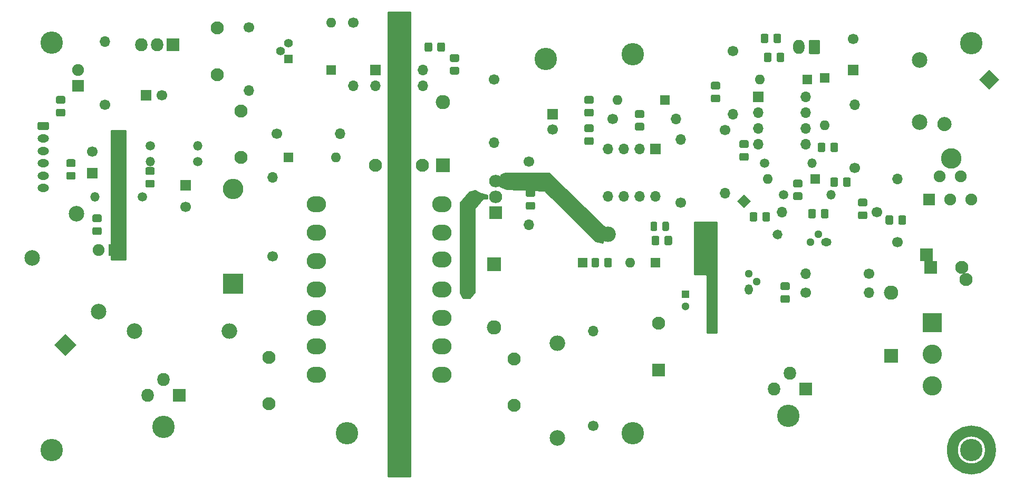
<source format=gbr>
%TF.GenerationSoftware,KiCad,Pcbnew,(5.1.6)-1*%
%TF.CreationDate,2021-01-03T22:36:31+05:30*%
%TF.ProjectId,supplyboard,73757070-6c79-4626-9f61-72642e6b6963,rev?*%
%TF.SameCoordinates,Original*%
%TF.FileFunction,Soldermask,Bot*%
%TF.FilePolarity,Negative*%
%FSLAX46Y46*%
G04 Gerber Fmt 4.6, Leading zero omitted, Abs format (unit mm)*
G04 Created by KiCad (PCBNEW (5.1.6)-1) date 2021-01-03 22:36:31*
%MOMM*%
%LPD*%
G01*
G04 APERTURE LIST*
%ADD10C,0.150000*%
%ADD11C,1.800000*%
%ADD12O,2.500000X2.500000*%
%ADD13C,2.500000*%
%ADD14O,3.300000X3.300000*%
%ADD15R,3.300000X3.300000*%
%ADD16C,1.700000*%
%ADD17R,1.700000X1.700000*%
%ADD18O,1.700000X1.700000*%
%ADD19O,1.500000X1.500000*%
%ADD20C,1.500000*%
%ADD21O,1.850000X1.300000*%
%ADD22R,1.300000X1.300000*%
%ADD23C,1.300000*%
%ADD24C,0.100000*%
%ADD25C,3.600000*%
%ADD26O,1.600000X1.600000*%
%ADD27R,1.600000X1.600000*%
%ADD28C,2.100000*%
%ADD29R,2.100000X2.100000*%
%ADD30O,3.100000X2.600000*%
%ADD31O,2.300000X2.300000*%
%ADD32R,2.300000X2.300000*%
%ADD33C,1.900000*%
%ADD34R,1.900000X1.900000*%
%ADD35O,2.005000X2.100000*%
%ADD36R,2.005000X2.100000*%
%ADD37C,3.100000*%
%ADD38R,3.100000X3.100000*%
%ADD39O,1.900000X1.900000*%
%ADD40C,3.300000*%
%ADD41O,1.840000X2.290000*%
%ADD42O,1.300000X1.300000*%
%ADD43O,1.700000X1.300000*%
%ADD44R,2.100000X2.005000*%
%ADD45O,2.100000X2.005000*%
%ADD46O,1.300000X1.700000*%
%ADD47C,1.400000*%
%ADD48R,1.400000X1.400000*%
%ADD49C,0.254000*%
G04 APERTURE END LIST*
D10*
X52705000Y-116205000D02*
X52705000Y-116840000D01*
D11*
X192733565Y-148005000D02*
G75*
G03*
X192733565Y-148005000I-3058565J0D01*
G01*
D12*
%TO.C,R6*%
X123190000Y-130810000D03*
D13*
X123190000Y-146050000D03*
%TD*%
D14*
%TO.C,D8*%
X71120000Y-106045000D03*
D15*
X71120000Y-121285000D03*
%TD*%
D16*
%TO.C,C20*%
X63500000Y-108910000D03*
D17*
X63500000Y-105410000D03*
%TD*%
D18*
%TO.C,R19*%
X77470000Y-104140000D03*
D16*
X77470000Y-116840000D03*
%TD*%
D19*
%TO.C,R25*%
X57785000Y-101600000D03*
D20*
X65405000Y-101600000D03*
%TD*%
D19*
%TO.C,R21*%
X65405000Y-99060000D03*
D20*
X57785000Y-99060000D03*
%TD*%
D19*
%TO.C,R9*%
X48895000Y-107315000D03*
D20*
X56515000Y-107315000D03*
%TD*%
D21*
%TO.C,J2*%
X40640000Y-105885000D03*
X40640000Y-103885000D03*
X40640000Y-101885000D03*
X40640000Y-99885000D03*
X40640000Y-97885000D03*
G36*
G01*
X39985832Y-95235000D02*
X41294168Y-95235000D01*
G75*
G02*
X41565000Y-95505832I0J-270832D01*
G01*
X41565000Y-96264168D01*
G75*
G02*
X41294168Y-96535000I-270832J0D01*
G01*
X39985832Y-96535000D01*
G75*
G02*
X39715000Y-96264168I0J270832D01*
G01*
X39715000Y-95505832D01*
G75*
G02*
X39985832Y-95235000I270832J0D01*
G01*
G37*
%TD*%
%TO.C,R35*%
G36*
G01*
X157588000Y-84357738D02*
X157588000Y-85314262D01*
G75*
G02*
X157316262Y-85586000I-271738J0D01*
G01*
X156609738Y-85586000D01*
G75*
G02*
X156338000Y-85314262I0J271738D01*
G01*
X156338000Y-84357738D01*
G75*
G02*
X156609738Y-84086000I271738J0D01*
G01*
X157316262Y-84086000D01*
G75*
G02*
X157588000Y-84357738I0J-271738D01*
G01*
G37*
G36*
G01*
X159638000Y-84357738D02*
X159638000Y-85314262D01*
G75*
G02*
X159366262Y-85586000I-271738J0D01*
G01*
X158659738Y-85586000D01*
G75*
G02*
X158388000Y-85314262I0J271738D01*
G01*
X158388000Y-84357738D01*
G75*
G02*
X158659738Y-84086000I271738J0D01*
G01*
X159366262Y-84086000D01*
G75*
G02*
X159638000Y-84357738I0J-271738D01*
G01*
G37*
%TD*%
D18*
%TO.C,R31*%
X159258000Y-109728000D03*
D16*
X174498000Y-109728000D03*
%TD*%
D19*
%TO.C,R30*%
X167132000Y-106934000D03*
D20*
X159512000Y-106934000D03*
%TD*%
D19*
%TO.C,R36*%
X164084000Y-101854000D03*
D20*
X156464000Y-101854000D03*
%TD*%
D22*
%TO.C,C18*%
X143764000Y-122936000D03*
D23*
X143764000Y-124936000D03*
%TD*%
%TO.C,C9*%
G36*
G01*
X140363000Y-114778262D02*
X140363000Y-113821738D01*
G75*
G02*
X140634738Y-113550000I271738J0D01*
G01*
X141341262Y-113550000D01*
G75*
G02*
X141613000Y-113821738I0J-271738D01*
G01*
X141613000Y-114778262D01*
G75*
G02*
X141341262Y-115050000I-271738J0D01*
G01*
X140634738Y-115050000D01*
G75*
G02*
X140363000Y-114778262I0J271738D01*
G01*
G37*
G36*
G01*
X138313000Y-114778262D02*
X138313000Y-113821738D01*
G75*
G02*
X138584738Y-113550000I271738J0D01*
G01*
X139291262Y-113550000D01*
G75*
G02*
X139563000Y-113821738I0J-271738D01*
G01*
X139563000Y-114778262D01*
G75*
G02*
X139291262Y-115050000I-271738J0D01*
G01*
X138584738Y-115050000D01*
G75*
G02*
X138313000Y-114778262I0J271738D01*
G01*
G37*
%TD*%
%TO.C,R10*%
G36*
G01*
X129902000Y-117377738D02*
X129902000Y-118334262D01*
G75*
G02*
X129630262Y-118606000I-271738J0D01*
G01*
X128923738Y-118606000D01*
G75*
G02*
X128652000Y-118334262I0J271738D01*
G01*
X128652000Y-117377738D01*
G75*
G02*
X128923738Y-117106000I271738J0D01*
G01*
X129630262Y-117106000D01*
G75*
G02*
X129902000Y-117377738I0J-271738D01*
G01*
G37*
G36*
G01*
X131952000Y-117377738D02*
X131952000Y-118334262D01*
G75*
G02*
X131680262Y-118606000I-271738J0D01*
G01*
X130973738Y-118606000D01*
G75*
G02*
X130702000Y-118334262I0J271738D01*
G01*
X130702000Y-117377738D01*
G75*
G02*
X130973738Y-117106000I271738J0D01*
G01*
X131680262Y-117106000D01*
G75*
G02*
X131952000Y-117377738I0J-271738D01*
G01*
G37*
%TD*%
%TO.C,D3*%
G36*
G01*
X186160968Y-94763032D02*
X186160968Y-94763032D01*
G75*
G02*
X186160968Y-96389378I-813173J-813173D01*
G01*
X186160968Y-96389378D01*
G75*
G02*
X184534622Y-96389378I-813173J813173D01*
G01*
X184534622Y-96389378D01*
G75*
G02*
X184534622Y-94763032I813173J813173D01*
G01*
X184534622Y-94763032D01*
G75*
G02*
X186160968Y-94763032I813173J-813173D01*
G01*
G37*
D24*
G36*
X192532000Y-86765654D02*
G01*
X194158346Y-88392000D01*
X192532000Y-90018346D01*
X190905654Y-88392000D01*
X192532000Y-86765654D01*
G37*
%TD*%
D25*
%TO.C,*%
X42025000Y-82500000D03*
%TD*%
%TO.C,*%
X189665000Y-82550000D03*
%TD*%
%TO.C,*%
X189675000Y-148005000D03*
%TD*%
%TO.C,*%
X160274000Y-142494000D03*
%TD*%
%TO.C,*%
X89408000Y-145288000D03*
%TD*%
%TO.C,*%
X42025000Y-148005000D03*
%TD*%
D17*
%TO.C,C21*%
X48514000Y-103505000D03*
D16*
X48514000Y-100005000D03*
%TD*%
D26*
%TO.C,ZD*%
X146558000Y-117856000D03*
D27*
X138938000Y-117856000D03*
%TD*%
D28*
%TO.C,C4*%
X188806144Y-120618000D03*
D29*
X182461856Y-116618000D03*
D28*
X188134000Y-118618000D03*
D29*
X183134000Y-118618000D03*
%TD*%
D30*
%TO.C,T1*%
X84455000Y-113030000D03*
X84455000Y-122174000D03*
X84455000Y-135890000D03*
X104648000Y-122174000D03*
X104648000Y-113030000D03*
X104648000Y-108458000D03*
X104648000Y-126746000D03*
X84455000Y-131318000D03*
X84455000Y-126746000D03*
X104648000Y-131318000D03*
X84455000Y-117602000D03*
X84455000Y-108458000D03*
X104648000Y-117348000D03*
X104648000Y-135890000D03*
%TD*%
D27*
%TO.C,D2*%
X127254000Y-117856000D03*
D26*
X134874000Y-117856000D03*
%TD*%
%TO.C,D7*%
X132842000Y-91694000D03*
D27*
X140462000Y-91694000D03*
%TD*%
%TO.C,D10*%
X166116000Y-88138000D03*
D26*
X166116000Y-95758000D03*
%TD*%
D27*
%TO.C,D9*%
X163322000Y-88392000D03*
D26*
X155702000Y-88392000D03*
%TD*%
%TO.C,D14*%
X156972000Y-104394000D03*
D27*
X164592000Y-104394000D03*
%TD*%
D24*
%TO.C,D13*%
G36*
X152030629Y-107950000D02*
G01*
X153162000Y-106818629D01*
X154293371Y-107950000D01*
X153162000Y-109081371D01*
X152030629Y-107950000D01*
G37*
G36*
G01*
X157984469Y-112772469D02*
X157984469Y-112772469D01*
G75*
G02*
X159115839Y-112772469I565685J-565685D01*
G01*
X159115839Y-112772469D01*
G75*
G02*
X159115839Y-113903839I-565685J-565685D01*
G01*
X159115839Y-113903839D01*
G75*
G02*
X157984469Y-113903839I-565685J565685D01*
G01*
X157984469Y-113903839D01*
G75*
G02*
X157984469Y-112772469I565685J565685D01*
G01*
G37*
%TD*%
D12*
%TO.C,R4*%
X131318000Y-113284000D03*
D13*
X146558000Y-113284000D03*
%TD*%
D31*
%TO.C,D4*%
X113030000Y-128270000D03*
D32*
X113030000Y-118110000D03*
%TD*%
D33*
%TO.C,LED1*%
X49530000Y-115824000D03*
D34*
X52070000Y-115824000D03*
%TD*%
D33*
%TO.C,LED2*%
X46228000Y-86868000D03*
D34*
X46228000Y-89408000D03*
%TD*%
D35*
%TO.C,Q2*%
X57404000Y-139192000D03*
X59944000Y-136652000D03*
D36*
X62484000Y-139192000D03*
%TD*%
D35*
%TO.C,Q1*%
X157988000Y-138176000D03*
X160528000Y-135636000D03*
D36*
X163068000Y-138176000D03*
%TD*%
D31*
%TO.C,D1*%
X176784000Y-122682000D03*
D32*
X176784000Y-132842000D03*
%TD*%
D31*
%TO.C,D6*%
X104775000Y-92075000D03*
D32*
X104775000Y-102235000D03*
%TD*%
D18*
%TO.C,R42*%
X177800000Y-104394000D03*
D16*
X177800000Y-114554000D03*
%TD*%
D37*
%TO.C,J1*%
X183388000Y-137668000D03*
X183388000Y-132588000D03*
D38*
X183388000Y-127508000D03*
%TD*%
D12*
%TO.C,R2*%
X70485000Y-128905000D03*
D13*
X55245000Y-128905000D03*
%TD*%
%TO.C,L1*%
X45933068Y-110022932D03*
X38862000Y-117094000D03*
%TD*%
%TO.C,L2*%
X181356000Y-85250000D03*
X181356000Y-95250000D03*
%TD*%
D39*
%TO.C,U6*%
X189680000Y-107696000D03*
X187980000Y-103996000D03*
X186280000Y-107696000D03*
X184580000Y-103996000D03*
D34*
X182880000Y-107696000D03*
%TD*%
%TO.C,C7*%
G36*
G01*
X140021500Y-112495250D02*
X140021500Y-111532750D01*
G75*
G02*
X140290250Y-111264000I268750J0D01*
G01*
X140827750Y-111264000D01*
G75*
G02*
X141096500Y-111532750I0J-268750D01*
G01*
X141096500Y-112495250D01*
G75*
G02*
X140827750Y-112764000I-268750J0D01*
G01*
X140290250Y-112764000D01*
G75*
G02*
X140021500Y-112495250I0J268750D01*
G01*
G37*
G36*
G01*
X138146500Y-112495250D02*
X138146500Y-111532750D01*
G75*
G02*
X138415250Y-111264000I268750J0D01*
G01*
X138952750Y-111264000D01*
G75*
G02*
X139221500Y-111532750I0J-268750D01*
G01*
X139221500Y-112495250D01*
G75*
G02*
X138952750Y-112764000I-268750J0D01*
G01*
X138415250Y-112764000D01*
G75*
G02*
X138146500Y-112495250I0J268750D01*
G01*
G37*
%TD*%
D16*
%TO.C,C8*%
X170688000Y-81868000D03*
D17*
X170688000Y-86868000D03*
%TD*%
D18*
%TO.C,R45*%
X170942000Y-92456000D03*
D16*
X170942000Y-102616000D03*
%TD*%
%TO.C,R1*%
G36*
G01*
X128748262Y-92310000D02*
X127791738Y-92310000D01*
G75*
G02*
X127520000Y-92038262I0J271738D01*
G01*
X127520000Y-91331738D01*
G75*
G02*
X127791738Y-91060000I271738J0D01*
G01*
X128748262Y-91060000D01*
G75*
G02*
X129020000Y-91331738I0J-271738D01*
G01*
X129020000Y-92038262D01*
G75*
G02*
X128748262Y-92310000I-271738J0D01*
G01*
G37*
G36*
G01*
X128748262Y-94360000D02*
X127791738Y-94360000D01*
G75*
G02*
X127520000Y-94088262I0J271738D01*
G01*
X127520000Y-93381738D01*
G75*
G02*
X127791738Y-93110000I271738J0D01*
G01*
X128748262Y-93110000D01*
G75*
G02*
X129020000Y-93381738I0J-271738D01*
G01*
X129020000Y-94088262D01*
G75*
G02*
X128748262Y-94360000I-271738J0D01*
G01*
G37*
%TD*%
D18*
%TO.C,R27*%
X142240000Y-94742000D03*
D16*
X132080000Y-94742000D03*
%TD*%
%TO.C,C3*%
X122428000Y-96480000D03*
D17*
X122428000Y-93980000D03*
%TD*%
%TO.C,C15*%
G36*
G01*
X136876262Y-94587000D02*
X135919738Y-94587000D01*
G75*
G02*
X135648000Y-94315262I0J271738D01*
G01*
X135648000Y-93608738D01*
G75*
G02*
X135919738Y-93337000I271738J0D01*
G01*
X136876262Y-93337000D01*
G75*
G02*
X137148000Y-93608738I0J-271738D01*
G01*
X137148000Y-94315262D01*
G75*
G02*
X136876262Y-94587000I-271738J0D01*
G01*
G37*
G36*
G01*
X136876262Y-96637000D02*
X135919738Y-96637000D01*
G75*
G02*
X135648000Y-96365262I0J271738D01*
G01*
X135648000Y-95658738D01*
G75*
G02*
X135919738Y-95387000I271738J0D01*
G01*
X136876262Y-95387000D01*
G75*
G02*
X137148000Y-95658738I0J-271738D01*
G01*
X137148000Y-96365262D01*
G75*
G02*
X136876262Y-96637000I-271738J0D01*
G01*
G37*
%TD*%
D18*
%TO.C,R46*%
X163068000Y-119634000D03*
D16*
X173228000Y-119634000D03*
%TD*%
D18*
%TO.C,R47*%
X173228000Y-122682000D03*
D16*
X163068000Y-122682000D03*
%TD*%
D25*
%TO.C,*%
X135255000Y-145288000D03*
%TD*%
%TO.C,*%
X135255000Y-84328000D03*
%TD*%
%TO.C,*%
X121285000Y-85090000D03*
%TD*%
%TO.C,REF\u002A\u002A*%
X59944000Y-144272000D03*
%TD*%
%TO.C,C6*%
G36*
G01*
X44606738Y-103270000D02*
X45563262Y-103270000D01*
G75*
G02*
X45835000Y-103541738I0J-271738D01*
G01*
X45835000Y-104248262D01*
G75*
G02*
X45563262Y-104520000I-271738J0D01*
G01*
X44606738Y-104520000D01*
G75*
G02*
X44335000Y-104248262I0J271738D01*
G01*
X44335000Y-103541738D01*
G75*
G02*
X44606738Y-103270000I271738J0D01*
G01*
G37*
G36*
G01*
X44606738Y-101220000D02*
X45563262Y-101220000D01*
G75*
G02*
X45835000Y-101491738I0J-271738D01*
G01*
X45835000Y-102198262D01*
G75*
G02*
X45563262Y-102470000I-271738J0D01*
G01*
X44606738Y-102470000D01*
G75*
G02*
X44335000Y-102198262I0J271738D01*
G01*
X44335000Y-101491738D01*
G75*
G02*
X44606738Y-101220000I271738J0D01*
G01*
G37*
%TD*%
D18*
%TO.C,R12*%
X50546000Y-82296000D03*
D16*
X50546000Y-92456000D03*
%TD*%
%TO.C,C16*%
X59650000Y-90932000D03*
D17*
X57150000Y-90932000D03*
%TD*%
D28*
%TO.C,C12*%
X68580000Y-80130000D03*
X68580000Y-87630000D03*
%TD*%
%TO.C,R7*%
G36*
G01*
X103905000Y-83663262D02*
X103905000Y-82706738D01*
G75*
G02*
X104176738Y-82435000I271738J0D01*
G01*
X104883262Y-82435000D01*
G75*
G02*
X105155000Y-82706738I0J-271738D01*
G01*
X105155000Y-83663262D01*
G75*
G02*
X104883262Y-83935000I-271738J0D01*
G01*
X104176738Y-83935000D01*
G75*
G02*
X103905000Y-83663262I0J271738D01*
G01*
G37*
G36*
G01*
X101855000Y-83663262D02*
X101855000Y-82706738D01*
G75*
G02*
X102126738Y-82435000I271738J0D01*
G01*
X102833262Y-82435000D01*
G75*
G02*
X103105000Y-82706738I0J-271738D01*
G01*
X103105000Y-83663262D01*
G75*
G02*
X102833262Y-83935000I-271738J0D01*
G01*
X102126738Y-83935000D01*
G75*
G02*
X101855000Y-83663262I0J271738D01*
G01*
G37*
%TD*%
D18*
%TO.C,R14*%
X143002000Y-98044000D03*
D16*
X143002000Y-108204000D03*
%TD*%
D18*
%TO.C,R29*%
X150114000Y-106680000D03*
D16*
X150114000Y-96520000D03*
%TD*%
D18*
%TO.C,R28*%
X151384000Y-93980000D03*
D16*
X151384000Y-83820000D03*
%TD*%
D18*
%TO.C,R20*%
X88265000Y-97155000D03*
D16*
X78105000Y-97155000D03*
%TD*%
D18*
%TO.C,R18*%
X113030000Y-98552000D03*
D16*
X113030000Y-88392000D03*
%TD*%
D18*
%TO.C,R5*%
X118618000Y-111760000D03*
D16*
X118618000Y-101600000D03*
%TD*%
D18*
%TO.C,R16*%
X90424000Y-89408000D03*
D16*
X90424000Y-79248000D03*
%TD*%
D18*
%TO.C,R17*%
X73660000Y-90170000D03*
D16*
X73660000Y-80010000D03*
%TD*%
%TO.C,R8*%
G36*
G01*
X49754262Y-111360000D02*
X48797738Y-111360000D01*
G75*
G02*
X48526000Y-111088262I0J271738D01*
G01*
X48526000Y-110381738D01*
G75*
G02*
X48797738Y-110110000I271738J0D01*
G01*
X49754262Y-110110000D01*
G75*
G02*
X50026000Y-110381738I0J-271738D01*
G01*
X50026000Y-111088262D01*
G75*
G02*
X49754262Y-111360000I-271738J0D01*
G01*
G37*
G36*
G01*
X49754262Y-113410000D02*
X48797738Y-113410000D01*
G75*
G02*
X48526000Y-113138262I0J271738D01*
G01*
X48526000Y-112431738D01*
G75*
G02*
X48797738Y-112160000I271738J0D01*
G01*
X49754262Y-112160000D01*
G75*
G02*
X50026000Y-112431738I0J-271738D01*
G01*
X50026000Y-113138262D01*
G75*
G02*
X49754262Y-113410000I-271738J0D01*
G01*
G37*
%TD*%
D13*
%TO.C,C19*%
X49499301Y-125760699D03*
D24*
G36*
X44196000Y-132831767D02*
G01*
X42428233Y-131064000D01*
X44196000Y-129296233D01*
X45963767Y-131064000D01*
X44196000Y-132831767D01*
G37*
%TD*%
%TO.C,R15*%
G36*
G01*
X119350262Y-107296000D02*
X118393738Y-107296000D01*
G75*
G02*
X118122000Y-107024262I0J271738D01*
G01*
X118122000Y-106317738D01*
G75*
G02*
X118393738Y-106046000I271738J0D01*
G01*
X119350262Y-106046000D01*
G75*
G02*
X119622000Y-106317738I0J-271738D01*
G01*
X119622000Y-107024262D01*
G75*
G02*
X119350262Y-107296000I-271738J0D01*
G01*
G37*
G36*
G01*
X119350262Y-109346000D02*
X118393738Y-109346000D01*
G75*
G02*
X118122000Y-109074262I0J271738D01*
G01*
X118122000Y-108367738D01*
G75*
G02*
X118393738Y-108096000I271738J0D01*
G01*
X119350262Y-108096000D01*
G75*
G02*
X119622000Y-108367738I0J-271738D01*
G01*
X119622000Y-109074262D01*
G75*
G02*
X119350262Y-109346000I-271738J0D01*
G01*
G37*
%TD*%
%TO.C,R11*%
G36*
G01*
X165500000Y-110460262D02*
X165500000Y-109503738D01*
G75*
G02*
X165771738Y-109232000I271738J0D01*
G01*
X166478262Y-109232000D01*
G75*
G02*
X166750000Y-109503738I0J-271738D01*
G01*
X166750000Y-110460262D01*
G75*
G02*
X166478262Y-110732000I-271738J0D01*
G01*
X165771738Y-110732000D01*
G75*
G02*
X165500000Y-110460262I0J271738D01*
G01*
G37*
G36*
G01*
X163450000Y-110460262D02*
X163450000Y-109503738D01*
G75*
G02*
X163721738Y-109232000I271738J0D01*
G01*
X164428262Y-109232000D01*
G75*
G02*
X164700000Y-109503738I0J-271738D01*
G01*
X164700000Y-110460262D01*
G75*
G02*
X164428262Y-110732000I-271738J0D01*
G01*
X163721738Y-110732000D01*
G75*
G02*
X163450000Y-110460262I0J271738D01*
G01*
G37*
%TD*%
%TO.C,R13*%
G36*
G01*
X57306738Y-104540000D02*
X58263262Y-104540000D01*
G75*
G02*
X58535000Y-104811738I0J-271738D01*
G01*
X58535000Y-105518262D01*
G75*
G02*
X58263262Y-105790000I-271738J0D01*
G01*
X57306738Y-105790000D01*
G75*
G02*
X57035000Y-105518262I0J271738D01*
G01*
X57035000Y-104811738D01*
G75*
G02*
X57306738Y-104540000I271738J0D01*
G01*
G37*
G36*
G01*
X57306738Y-102490000D02*
X58263262Y-102490000D01*
G75*
G02*
X58535000Y-102761738I0J-271738D01*
G01*
X58535000Y-103468262D01*
G75*
G02*
X58263262Y-103740000I-271738J0D01*
G01*
X57306738Y-103740000D01*
G75*
G02*
X57035000Y-103468262I0J271738D01*
G01*
X57035000Y-102761738D01*
G75*
G02*
X57306738Y-102490000I271738J0D01*
G01*
G37*
%TD*%
%TO.C,R32*%
G36*
G01*
X156102000Y-110968262D02*
X156102000Y-110011738D01*
G75*
G02*
X156373738Y-109740000I271738J0D01*
G01*
X157080262Y-109740000D01*
G75*
G02*
X157352000Y-110011738I0J-271738D01*
G01*
X157352000Y-110968262D01*
G75*
G02*
X157080262Y-111240000I-271738J0D01*
G01*
X156373738Y-111240000D01*
G75*
G02*
X156102000Y-110968262I0J271738D01*
G01*
G37*
G36*
G01*
X154052000Y-110968262D02*
X154052000Y-110011738D01*
G75*
G02*
X154323738Y-109740000I271738J0D01*
G01*
X155030262Y-109740000D01*
G75*
G02*
X155302000Y-110011738I0J-271738D01*
G01*
X155302000Y-110968262D01*
G75*
G02*
X155030262Y-111240000I-271738J0D01*
G01*
X154323738Y-111240000D01*
G75*
G02*
X154052000Y-110968262I0J271738D01*
G01*
G37*
%TD*%
%TO.C,R33*%
G36*
G01*
X152683738Y-100222000D02*
X153640262Y-100222000D01*
G75*
G02*
X153912000Y-100493738I0J-271738D01*
G01*
X153912000Y-101200262D01*
G75*
G02*
X153640262Y-101472000I-271738J0D01*
G01*
X152683738Y-101472000D01*
G75*
G02*
X152412000Y-101200262I0J271738D01*
G01*
X152412000Y-100493738D01*
G75*
G02*
X152683738Y-100222000I271738J0D01*
G01*
G37*
G36*
G01*
X152683738Y-98172000D02*
X153640262Y-98172000D01*
G75*
G02*
X153912000Y-98443738I0J-271738D01*
G01*
X153912000Y-99150262D01*
G75*
G02*
X153640262Y-99422000I-271738J0D01*
G01*
X152683738Y-99422000D01*
G75*
G02*
X152412000Y-99150262I0J271738D01*
G01*
X152412000Y-98443738D01*
G75*
G02*
X152683738Y-98172000I271738J0D01*
G01*
G37*
%TD*%
%TO.C,R37*%
G36*
G01*
X167024000Y-99792262D02*
X167024000Y-98835738D01*
G75*
G02*
X167295738Y-98564000I271738J0D01*
G01*
X168002262Y-98564000D01*
G75*
G02*
X168274000Y-98835738I0J-271738D01*
G01*
X168274000Y-99792262D01*
G75*
G02*
X168002262Y-100064000I-271738J0D01*
G01*
X167295738Y-100064000D01*
G75*
G02*
X167024000Y-99792262I0J271738D01*
G01*
G37*
G36*
G01*
X164974000Y-99792262D02*
X164974000Y-98835738D01*
G75*
G02*
X165245738Y-98564000I271738J0D01*
G01*
X165952262Y-98564000D01*
G75*
G02*
X166224000Y-98835738I0J-271738D01*
G01*
X166224000Y-99792262D01*
G75*
G02*
X165952262Y-100064000I-271738J0D01*
G01*
X165245738Y-100064000D01*
G75*
G02*
X164974000Y-99792262I0J271738D01*
G01*
G37*
%TD*%
%TO.C,R38*%
G36*
G01*
X171733738Y-109629000D02*
X172690262Y-109629000D01*
G75*
G02*
X172962000Y-109900738I0J-271738D01*
G01*
X172962000Y-110607262D01*
G75*
G02*
X172690262Y-110879000I-271738J0D01*
G01*
X171733738Y-110879000D01*
G75*
G02*
X171462000Y-110607262I0J271738D01*
G01*
X171462000Y-109900738D01*
G75*
G02*
X171733738Y-109629000I271738J0D01*
G01*
G37*
G36*
G01*
X171733738Y-107579000D02*
X172690262Y-107579000D01*
G75*
G02*
X172962000Y-107850738I0J-271738D01*
G01*
X172962000Y-108557262D01*
G75*
G02*
X172690262Y-108829000I-271738J0D01*
G01*
X171733738Y-108829000D01*
G75*
G02*
X171462000Y-108557262I0J271738D01*
G01*
X171462000Y-107850738D01*
G75*
G02*
X171733738Y-107579000I271738J0D01*
G01*
G37*
%TD*%
%TO.C,R39*%
G36*
G01*
X169056000Y-105380262D02*
X169056000Y-104423738D01*
G75*
G02*
X169327738Y-104152000I271738J0D01*
G01*
X170034262Y-104152000D01*
G75*
G02*
X170306000Y-104423738I0J-271738D01*
G01*
X170306000Y-105380262D01*
G75*
G02*
X170034262Y-105652000I-271738J0D01*
G01*
X169327738Y-105652000D01*
G75*
G02*
X169056000Y-105380262I0J271738D01*
G01*
G37*
G36*
G01*
X167006000Y-105380262D02*
X167006000Y-104423738D01*
G75*
G02*
X167277738Y-104152000I271738J0D01*
G01*
X167984262Y-104152000D01*
G75*
G02*
X168256000Y-104423738I0J-271738D01*
G01*
X168256000Y-105380262D01*
G75*
G02*
X167984262Y-105652000I-271738J0D01*
G01*
X167277738Y-105652000D01*
G75*
G02*
X167006000Y-105380262I0J271738D01*
G01*
G37*
%TD*%
%TO.C,R40*%
G36*
G01*
X159287738Y-123082000D02*
X160244262Y-123082000D01*
G75*
G02*
X160516000Y-123353738I0J-271738D01*
G01*
X160516000Y-124060262D01*
G75*
G02*
X160244262Y-124332000I-271738J0D01*
G01*
X159287738Y-124332000D01*
G75*
G02*
X159016000Y-124060262I0J271738D01*
G01*
X159016000Y-123353738D01*
G75*
G02*
X159287738Y-123082000I271738J0D01*
G01*
G37*
G36*
G01*
X159287738Y-121032000D02*
X160244262Y-121032000D01*
G75*
G02*
X160516000Y-121303738I0J-271738D01*
G01*
X160516000Y-122010262D01*
G75*
G02*
X160244262Y-122282000I-271738J0D01*
G01*
X159287738Y-122282000D01*
G75*
G02*
X159016000Y-122010262I0J271738D01*
G01*
X159016000Y-121303738D01*
G75*
G02*
X159287738Y-121032000I271738J0D01*
G01*
G37*
%TD*%
%TO.C,R41*%
G36*
G01*
X177137000Y-110519738D02*
X177137000Y-111476262D01*
G75*
G02*
X176865262Y-111748000I-271738J0D01*
G01*
X176158738Y-111748000D01*
G75*
G02*
X175887000Y-111476262I0J271738D01*
G01*
X175887000Y-110519738D01*
G75*
G02*
X176158738Y-110248000I271738J0D01*
G01*
X176865262Y-110248000D01*
G75*
G02*
X177137000Y-110519738I0J-271738D01*
G01*
G37*
G36*
G01*
X179187000Y-110519738D02*
X179187000Y-111476262D01*
G75*
G02*
X178915262Y-111748000I-271738J0D01*
G01*
X178208738Y-111748000D01*
G75*
G02*
X177937000Y-111476262I0J271738D01*
G01*
X177937000Y-110519738D01*
G75*
G02*
X178208738Y-110248000I271738J0D01*
G01*
X178915262Y-110248000D01*
G75*
G02*
X179187000Y-110519738I0J-271738D01*
G01*
G37*
%TD*%
%TO.C,R44*%
G36*
G01*
X149068262Y-90024000D02*
X148111738Y-90024000D01*
G75*
G02*
X147840000Y-89752262I0J271738D01*
G01*
X147840000Y-89045738D01*
G75*
G02*
X148111738Y-88774000I271738J0D01*
G01*
X149068262Y-88774000D01*
G75*
G02*
X149340000Y-89045738I0J-271738D01*
G01*
X149340000Y-89752262D01*
G75*
G02*
X149068262Y-90024000I-271738J0D01*
G01*
G37*
G36*
G01*
X149068262Y-92074000D02*
X148111738Y-92074000D01*
G75*
G02*
X147840000Y-91802262I0J271738D01*
G01*
X147840000Y-91095738D01*
G75*
G02*
X148111738Y-90824000I271738J0D01*
G01*
X149068262Y-90824000D01*
G75*
G02*
X149340000Y-91095738I0J-271738D01*
G01*
X149340000Y-91802262D01*
G75*
G02*
X149068262Y-92074000I-271738J0D01*
G01*
G37*
%TD*%
%TO.C,R48*%
G36*
G01*
X161319738Y-106563000D02*
X162276262Y-106563000D01*
G75*
G02*
X162548000Y-106834738I0J-271738D01*
G01*
X162548000Y-107541262D01*
G75*
G02*
X162276262Y-107813000I-271738J0D01*
G01*
X161319738Y-107813000D01*
G75*
G02*
X161048000Y-107541262I0J271738D01*
G01*
X161048000Y-106834738D01*
G75*
G02*
X161319738Y-106563000I271738J0D01*
G01*
G37*
G36*
G01*
X161319738Y-104513000D02*
X162276262Y-104513000D01*
G75*
G02*
X162548000Y-104784738I0J-271738D01*
G01*
X162548000Y-105491262D01*
G75*
G02*
X162276262Y-105763000I-271738J0D01*
G01*
X161319738Y-105763000D01*
G75*
G02*
X161048000Y-105491262I0J271738D01*
G01*
X161048000Y-104784738D01*
G75*
G02*
X161319738Y-104513000I271738J0D01*
G01*
G37*
%TD*%
%TO.C,R49*%
G36*
G01*
X157880000Y-82266262D02*
X157880000Y-81309738D01*
G75*
G02*
X158151738Y-81038000I271738J0D01*
G01*
X158858262Y-81038000D01*
G75*
G02*
X159130000Y-81309738I0J-271738D01*
G01*
X159130000Y-82266262D01*
G75*
G02*
X158858262Y-82538000I-271738J0D01*
G01*
X158151738Y-82538000D01*
G75*
G02*
X157880000Y-82266262I0J271738D01*
G01*
G37*
G36*
G01*
X155830000Y-82266262D02*
X155830000Y-81309738D01*
G75*
G02*
X156101738Y-81038000I271738J0D01*
G01*
X156808262Y-81038000D01*
G75*
G02*
X157080000Y-81309738I0J-271738D01*
G01*
X157080000Y-82266262D01*
G75*
G02*
X156808262Y-82538000I-271738J0D01*
G01*
X156101738Y-82538000D01*
G75*
G02*
X155830000Y-82266262I0J271738D01*
G01*
G37*
%TD*%
D40*
%TO.C,*%
X186436000Y-101092000D03*
%TD*%
D28*
%TO.C,C1*%
X116205000Y-140850000D03*
X116205000Y-133350000D03*
%TD*%
%TO.C,C2*%
X76835000Y-133096000D03*
X76835000Y-140596000D03*
%TD*%
%TO.C,C5*%
X139446000Y-127628000D03*
D29*
X139446000Y-135128000D03*
%TD*%
D28*
%TO.C,C10*%
X93980000Y-102235000D03*
X101480000Y-102235000D03*
%TD*%
%TO.C,C11*%
G36*
G01*
X107158262Y-87620000D02*
X106201738Y-87620000D01*
G75*
G02*
X105930000Y-87348262I0J271738D01*
G01*
X105930000Y-86641738D01*
G75*
G02*
X106201738Y-86370000I271738J0D01*
G01*
X107158262Y-86370000D01*
G75*
G02*
X107430000Y-86641738I0J-271738D01*
G01*
X107430000Y-87348262D01*
G75*
G02*
X107158262Y-87620000I-271738J0D01*
G01*
G37*
G36*
G01*
X107158262Y-85570000D02*
X106201738Y-85570000D01*
G75*
G02*
X105930000Y-85298262I0J271738D01*
G01*
X105930000Y-84591738D01*
G75*
G02*
X106201738Y-84320000I271738J0D01*
G01*
X107158262Y-84320000D01*
G75*
G02*
X107430000Y-84591738I0J-271738D01*
G01*
X107430000Y-85298262D01*
G75*
G02*
X107158262Y-85570000I-271738J0D01*
G01*
G37*
%TD*%
%TO.C,C13*%
X72390000Y-93465000D03*
X72390000Y-100965000D03*
%TD*%
%TO.C,C14*%
G36*
G01*
X127791738Y-95632000D02*
X128748262Y-95632000D01*
G75*
G02*
X129020000Y-95903738I0J-271738D01*
G01*
X129020000Y-96610262D01*
G75*
G02*
X128748262Y-96882000I-271738J0D01*
G01*
X127791738Y-96882000D01*
G75*
G02*
X127520000Y-96610262I0J271738D01*
G01*
X127520000Y-95903738D01*
G75*
G02*
X127791738Y-95632000I271738J0D01*
G01*
G37*
G36*
G01*
X127791738Y-97682000D02*
X128748262Y-97682000D01*
G75*
G02*
X129020000Y-97953738I0J-271738D01*
G01*
X129020000Y-98660262D01*
G75*
G02*
X128748262Y-98932000I-271738J0D01*
G01*
X127791738Y-98932000D01*
G75*
G02*
X127520000Y-98660262I0J271738D01*
G01*
X127520000Y-97953738D01*
G75*
G02*
X127791738Y-97682000I271738J0D01*
G01*
G37*
%TD*%
%TO.C,C17*%
G36*
G01*
X43912262Y-92310000D02*
X42955738Y-92310000D01*
G75*
G02*
X42684000Y-92038262I0J271738D01*
G01*
X42684000Y-91331738D01*
G75*
G02*
X42955738Y-91060000I271738J0D01*
G01*
X43912262Y-91060000D01*
G75*
G02*
X44184000Y-91331738I0J-271738D01*
G01*
X44184000Y-92038262D01*
G75*
G02*
X43912262Y-92310000I-271738J0D01*
G01*
G37*
G36*
G01*
X43912262Y-94360000D02*
X42955738Y-94360000D01*
G75*
G02*
X42684000Y-94088262I0J271738D01*
G01*
X42684000Y-93381738D01*
G75*
G02*
X42955738Y-93110000I271738J0D01*
G01*
X43912262Y-93110000D01*
G75*
G02*
X44184000Y-93381738I0J-271738D01*
G01*
X44184000Y-94088262D01*
G75*
G02*
X43912262Y-94360000I-271738J0D01*
G01*
G37*
%TD*%
D26*
%TO.C,D5*%
X86868000Y-79248000D03*
D27*
X86868000Y-86868000D03*
%TD*%
%TO.C,D11*%
X80010000Y-100965000D03*
D26*
X87630000Y-100965000D03*
%TD*%
%TO.C,J3*%
G36*
G01*
X165385000Y-82304367D02*
X165385000Y-84065633D01*
G75*
G02*
X165120633Y-84330000I-264367J0D01*
G01*
X163809367Y-84330000D01*
G75*
G02*
X163545000Y-84065633I0J264367D01*
G01*
X163545000Y-82304367D01*
G75*
G02*
X163809367Y-82040000I264367J0D01*
G01*
X165120633Y-82040000D01*
G75*
G02*
X165385000Y-82304367I0J-264367D01*
G01*
G37*
D41*
X161925000Y-83185000D03*
%TD*%
D42*
%TO.C,Q3*%
X163830000Y-114554000D03*
X165100000Y-113284000D03*
D43*
X166370000Y-114554000D03*
%TD*%
D44*
%TO.C,Q4*%
X113284000Y-109855000D03*
D45*
X113284000Y-107315000D03*
X113284000Y-104775000D03*
%TD*%
D46*
%TO.C,Q5*%
X153924000Y-122174000D03*
D42*
X155194000Y-120904000D03*
X153924000Y-119634000D03*
%TD*%
D16*
%TO.C,R3*%
X128905000Y-144145000D03*
D18*
X128905000Y-128905000D03*
%TD*%
D17*
%TO.C,U1*%
X93980000Y-86868000D03*
D18*
X101600000Y-89408000D03*
X93980000Y-89408000D03*
X101600000Y-86868000D03*
%TD*%
D17*
%TO.C,U2*%
X138938000Y-99568000D03*
D18*
X131318000Y-107188000D03*
X136398000Y-99568000D03*
X133858000Y-107188000D03*
X133858000Y-99568000D03*
X136398000Y-107188000D03*
X131318000Y-99568000D03*
X138938000Y-107188000D03*
%TD*%
D47*
%TO.C,U3*%
X78740000Y-83820000D03*
X80010000Y-82550000D03*
D48*
X80010000Y-85090000D03*
%TD*%
D36*
%TO.C,U4*%
X61468000Y-82804000D03*
D35*
X58928000Y-82804000D03*
X56388000Y-82804000D03*
%TD*%
D18*
%TO.C,U5*%
X163068000Y-91186000D03*
X155448000Y-98806000D03*
X163068000Y-93726000D03*
X155448000Y-96266000D03*
X163068000Y-96266000D03*
X155448000Y-93726000D03*
X163068000Y-98806000D03*
D17*
X155448000Y-91186000D03*
%TD*%
D49*
G36*
X130925910Y-112310874D02*
G01*
X130456373Y-114658559D01*
X129348613Y-114437007D01*
X121247803Y-106336197D01*
X121228557Y-106320403D01*
X121206601Y-106308667D01*
X121182776Y-106301440D01*
X121163287Y-106299110D01*
X115088996Y-106046015D01*
X113930177Y-105582487D01*
X114162091Y-103727173D01*
X114828610Y-103505000D01*
X121868440Y-103505000D01*
X130925910Y-112310874D01*
G37*
X130925910Y-112310874D02*
X130456373Y-114658559D01*
X129348613Y-114437007D01*
X121247803Y-106336197D01*
X121228557Y-106320403D01*
X121206601Y-106308667D01*
X121182776Y-106301440D01*
X121163287Y-106299110D01*
X115088996Y-106046015D01*
X113930177Y-105582487D01*
X114162091Y-103727173D01*
X114828610Y-103505000D01*
X121868440Y-103505000D01*
X130925910Y-112310874D01*
G36*
X148717000Y-129159000D02*
G01*
X147193000Y-129159000D01*
X147193000Y-119888000D01*
X147190560Y-119863224D01*
X147183333Y-119839399D01*
X147171597Y-119817443D01*
X147155803Y-119798197D01*
X147136557Y-119782403D01*
X147114601Y-119770667D01*
X147090776Y-119763440D01*
X147066000Y-119761000D01*
X145161000Y-119761000D01*
X145161000Y-111379000D01*
X148717000Y-111379000D01*
X148717000Y-129159000D01*
G37*
X148717000Y-129159000D02*
X147193000Y-129159000D01*
X147193000Y-119888000D01*
X147190560Y-119863224D01*
X147183333Y-119839399D01*
X147171597Y-119817443D01*
X147155803Y-119798197D01*
X147136557Y-119782403D01*
X147114601Y-119770667D01*
X147090776Y-119763440D01*
X147066000Y-119761000D01*
X145161000Y-119761000D01*
X145161000Y-111379000D01*
X148717000Y-111379000D01*
X148717000Y-129159000D01*
G36*
X110941204Y-106793592D02*
G01*
X110967198Y-106803208D01*
X111887000Y-107033159D01*
X111887000Y-107569000D01*
X111252000Y-107569000D01*
X111227224Y-107571440D01*
X111203399Y-107578667D01*
X111181443Y-107590403D01*
X111154436Y-107614697D01*
X109884436Y-109138697D01*
X109870449Y-109159293D01*
X109860749Y-109182222D01*
X109855709Y-109206602D01*
X109855000Y-109220000D01*
X109855000Y-122639667D01*
X109156500Y-123571000D01*
X108028490Y-123571000D01*
X107569000Y-122652020D01*
X107569000Y-108250981D01*
X109036079Y-106539389D01*
X109967225Y-106306602D01*
X110941204Y-106793592D01*
G37*
X110941204Y-106793592D02*
X110967198Y-106803208D01*
X111887000Y-107033159D01*
X111887000Y-107569000D01*
X111252000Y-107569000D01*
X111227224Y-107571440D01*
X111203399Y-107578667D01*
X111181443Y-107590403D01*
X111154436Y-107614697D01*
X109884436Y-109138697D01*
X109870449Y-109159293D01*
X109860749Y-109182222D01*
X109855709Y-109206602D01*
X109855000Y-109220000D01*
X109855000Y-122639667D01*
X109156500Y-123571000D01*
X108028490Y-123571000D01*
X107569000Y-122652020D01*
X107569000Y-108250981D01*
X109036079Y-106539389D01*
X109967225Y-106306602D01*
X110941204Y-106793592D01*
G36*
X99568000Y-152273000D02*
G01*
X96012000Y-152273000D01*
X96012000Y-77597000D01*
X99568000Y-77597000D01*
X99568000Y-152273000D01*
G37*
X99568000Y-152273000D02*
X96012000Y-152273000D01*
X96012000Y-77597000D01*
X99568000Y-77597000D01*
X99568000Y-152273000D01*
G36*
X53848000Y-117348000D02*
G01*
X51562000Y-117348000D01*
X51562000Y-96647000D01*
X53848000Y-96647000D01*
X53848000Y-117348000D01*
G37*
X53848000Y-117348000D02*
X51562000Y-117348000D01*
X51562000Y-96647000D01*
X53848000Y-96647000D01*
X53848000Y-117348000D01*
M02*

</source>
